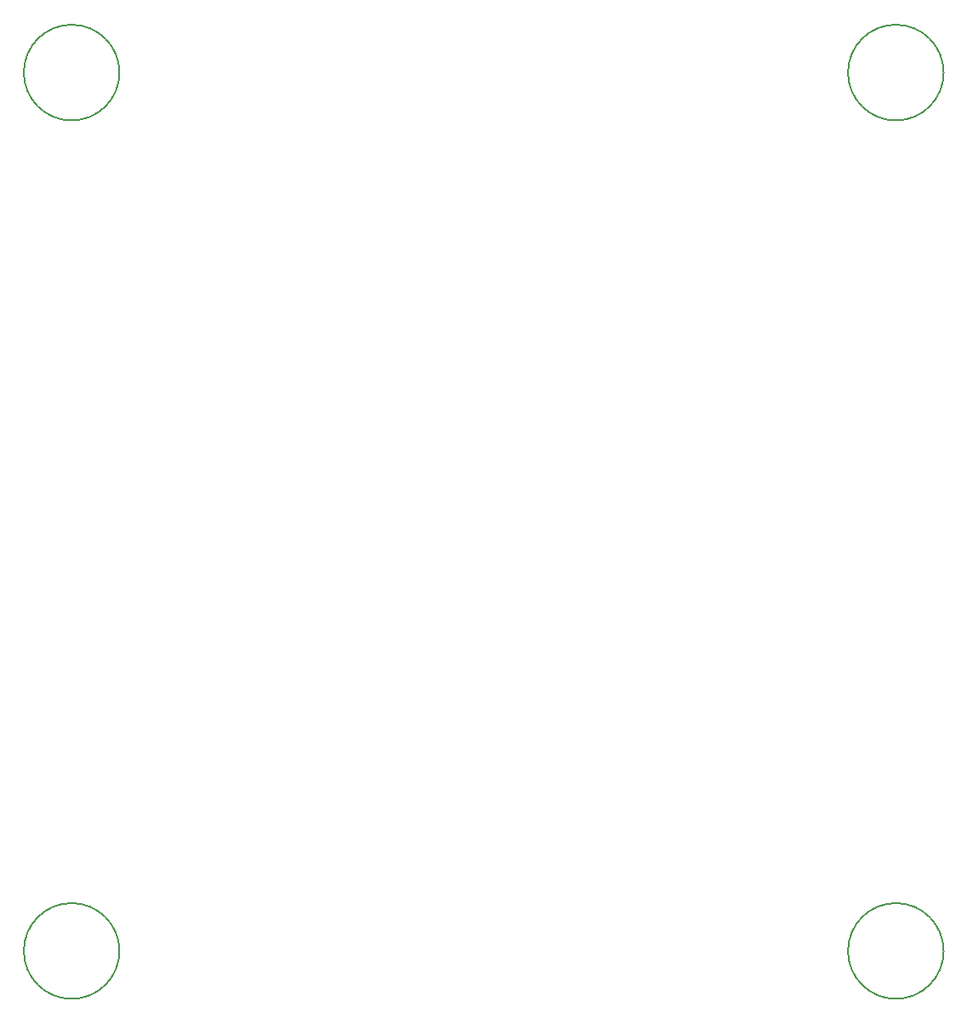
<source format=gbr>
%TF.GenerationSoftware,KiCad,Pcbnew,7.0.9*%
%TF.CreationDate,2024-08-20T19:02:26-06:00*%
%TF.ProjectId,bottom 40k layer,626f7474-6f6d-4203-9430-6b206c617965,rev?*%
%TF.SameCoordinates,Original*%
%TF.FileFunction,Other,Comment*%
%FSLAX46Y46*%
G04 Gerber Fmt 4.6, Leading zero omitted, Abs format (unit mm)*
G04 Created by KiCad (PCBNEW 7.0.9) date 2024-08-20 19:02:26*
%MOMM*%
%LPD*%
G01*
G04 APERTURE LIST*
%ADD10C,0.150000*%
G04 APERTURE END LIST*
D10*
%TO.C,H2*%
X127837500Y-42686250D02*
G75*
G03*
X127837500Y-42686250I-4762500J0D01*
G01*
%TO.C,H4*%
X127837500Y-130058750D02*
G75*
G03*
X127837500Y-130058750I-4762500J0D01*
G01*
%TO.C,H3*%
X45787500Y-130058750D02*
G75*
G03*
X45787500Y-130058750I-4762500J0D01*
G01*
%TO.C,H1*%
X45787500Y-42686250D02*
G75*
G03*
X45787500Y-42686250I-4762500J0D01*
G01*
%TD*%
M02*

</source>
